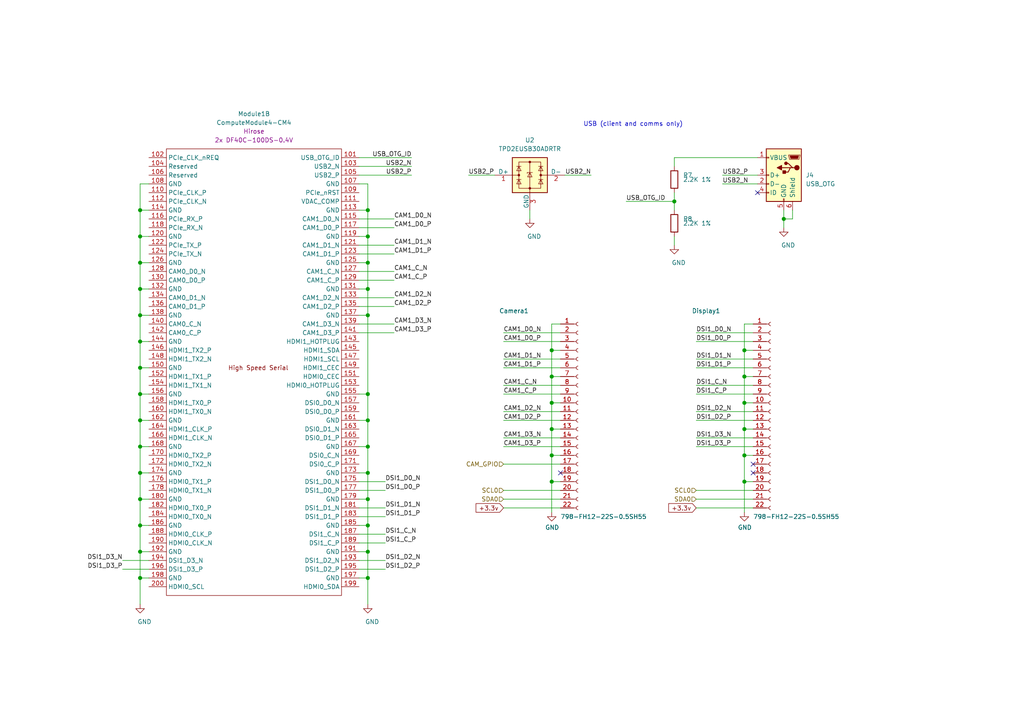
<source format=kicad_sch>
(kicad_sch (version 20211123) (generator eeschema)
  (paper "A4")
  (title_block (title "ColoradoCUBE C&DH") (date "2022-01-23") (rev "v01") (comment 4 "Author: Kate Nechaeva"))
  (lib_symbols
    (symbol "CM4IO:ComputeModule4-CM4"
      (property "Reference" "Module" (at 113.03 -68.58 0))
      (property "Value" "ComputeModule4-CM4" (at 140.97 2.54 0))
      (property "Manufacturer" "Hirose" (at 0 0 0))
      (property "MPN" "2x DF40C-100DS-0.4V" (at 0 -2.54 0))
      (property "MPN (Alt)" "2x DF40HC(3.0)-100DS-0.4V" (at 0 0 0))
      (symbol "ComputeModule4-CM4_1_0"
        (text "GPIO" (at 0 6.35 0) (effects (font (size 1.27 1.27))))
      )
      (symbol "ComputeModule4-CM4_1_1"
        (rectangle (start -30.48 -71.12) (end 25.4 58.42))
        (text "600mA Max" (at -8.89 -53.34 0) (effects (font (size 1.27 1.27))))
        (text "600mA Max" (at -8.89 -48.26 0) (effects (font (size 1.27 1.27))))
        (text "NB SD signals are only available" (at -1.27 -27.94 0) (effects (font (size 1.27 1.27))))
        (text "on modules without eMMC" (at -1.27 -30.48 0) (effects (font (size 1.27 1.27))))
        (pin power_in line (at 27.94 55.88 180) (length 2.54) (name "GND") (number "1"))
        (pin passive line (at -33.02 45.72 0) (length 2.54) (name "Ethernet_Pair0_N") (number "10"))
        (pin output line (at -33.02 -68.58 0) (length 2.54) (name "nEXTRST") (number "100"))
        (pin passive line (at 27.94 43.18 180) (length 2.54) (name "Ethernet_Pair2_P") (number "11"))
        (pin passive line (at -33.02 43.18 0) (length 2.54) (name "Ethernet_Pair0_P") (number "12"))
        (pin power_in line (at 27.94 40.64 180) (length 2.54) (name "GND") (number "13"))
        (pin power_in line (at -33.02 40.64 0) (length 2.54) (name "GND") (number "14"))
        (pin output line (at 27.94 38.1 180) (length 2.54) (name "Ethernet_nLED3(3.3v)") (number "15"))
        (pin input line (at -33.02 38.1 0) (length 2.54) (name "Ethernet_SYNC_IN(1.8v)") (number "16"))
        (pin output line (at 27.94 35.56 180) (length 2.54) (name "Ethernet_nLED2(3.3v)") (number "17"))
        (pin input line (at -33.02 35.56 0) (length 2.54) (name "Ethernet_SYNC_OUT(1.8v)") (number "18"))
        (pin output line (at 27.94 33.02 180) (length 2.54) (name "Ethernet_nLED1(3.3v)") (number "19"))
        (pin power_in line (at -33.02 55.88 0) (length 2.54) (name "GND") (number "2"))
        (pin passive line (at -33.02 33.02 0) (length 2.54) (name "EEPROM_nWP") (number "20"))
        (pin open_collector line (at 27.94 30.48 180) (length 2.54) (name "PI_nLED_Activity") (number "21"))
        (pin power_in line (at -33.02 30.48 0) (length 2.54) (name "GND") (number "22"))
        (pin power_in line (at 27.94 27.94 180) (length 2.54) (name "GND") (number "23"))
        (pin passive line (at -33.02 27.94 0) (length 2.54) (name "GPIO26") (number "24"))
        (pin passive line (at 27.94 25.4 180) (length 2.54) (name "GPIO21") (number "25"))
        (pin passive line (at -33.02 25.4 0) (length 2.54) (name "GPIO19") (number "26"))
        (pin passive line (at 27.94 22.86 180) (length 2.54) (name "GPIO20") (number "27"))
        (pin passive line (at -33.02 22.86 0) (length 2.54) (name "GPIO13") (number "28"))
        (pin passive line (at 27.94 20.32 180) (length 2.54) (name "GPIO16") (number "29"))
        (pin passive line (at 27.94 53.34 180) (length 2.54) (name "Ethernet_Pair3_P") (number "3"))
        (pin passive line (at -33.02 20.32 0) (length 2.54) (name "GPIO6") (number "30"))
        (pin passive line (at 27.94 17.78 180) (length 2.54) (name "GPIO12") (number "31"))
        (pin power_in line (at -33.02 17.78 0) (length 2.54) (name "GND") (number "32"))
        (pin power_in line (at 27.94 15.24 180) (length 2.54) (name "GND") (number "33"))
        (pin passive line (at -33.02 15.24 0) (length 2.54) (name "GPIO5") (number "34"))
        (pin passive line (at 27.94 12.7 180) (length 2.54) (name "ID_SC") (number "35"))
        (pin passive line (at -33.02 12.7 0) (length 2.54) (name "ID_SD") (number "36"))
        (pin passive line (at 27.94 10.16 180) (length 2.54) (name "GPIO7") (number "37"))
        (pin passive line (at -33.02 10.16 0) (length 2.54) (name "GPIO11") (number "38"))
        (pin passive line (at 27.94 7.62 180) (length 2.54) (name "GPIO8") (number "39"))
        (pin passive line (at -33.02 53.34 0) (length 2.54) (name "Ethernet_Pair1_P") (number "4"))
        (pin passive line (at -33.02 7.62 0) (length 2.54) (name "GPIO9") (number "40"))
        (pin passive line (at 27.94 5.08 180) (length 2.54) (name "GPIO25") (number "41"))
        (pin power_in line (at -33.02 5.08 0) (length 2.54) (name "GND") (number "42"))
        (pin power_in line (at 27.94 2.54 180) (length 2.54) (name "GND") (number "43"))
        (pin passive line (at -33.02 2.54 0) (length 2.54) (name "GPIO10") (number "44"))
        (pin passive line (at 27.94 0 180) (length 2.54) (name "GPIO24") (number "45"))
        (pin passive line (at -33.02 0 0) (length 2.54) (name "GPIO22") (number "46"))
        (pin passive line (at 27.94 -2.54 180) (length 2.54) (name "GPIO23") (number "47"))
        (pin passive line (at -33.02 -2.54 0) (length 2.54) (name "GPIO27") (number "48"))
        (pin passive line (at 27.94 -5.08 180) (length 2.54) (name "GPIO18") (number "49"))
        (pin passive line (at 27.94 50.8 180) (length 2.54) (name "Ethernet_Pair3_N") (number "5"))
        (pin passive line (at -33.02 -5.08 0) (length 2.54) (name "GPIO17") (number "50"))
        (pin passive line (at 27.94 -7.62 180) (length 2.54) (name "GPIO15") (number "51"))
        (pin power_in line (at -33.02 -7.62 0) (length 2.54) (name "GND") (number "52"))
        (pin power_in line (at 27.94 -10.16 180) (length 2.54) (name "GND") (number "53"))
        (pin passive line (at -33.02 -10.16 0) (length 2.54) (name "GPIO4") (number "54"))
        (pin passive line (at 27.94 -12.7 180) (length 2.54) (name "GPIO14") (number "55"))
        (pin passive line (at -33.02 -12.7 0) (length 2.54) (name "GPIO3") (number "56"))
        (pin passive line (at 27.94 -15.24 180) (length 2.54) (name "SD_CLK") (number "57"))
        (pin passive line (at -33.02 -15.24 0) (length 2.54) (name "GPIO2") (number "58"))
        (pin power_in line (at 27.94 -17.78 180) (length 2.54) (name "GND") (number "59"))
        (pin passive line (at -33.02 50.8 0) (length 2.54) (name "Ethernet_Pair1_N") (number "6"))
        (pin power_in line (at -33.02 -17.78 0) (length 2.54) (name "GND") (number "60"))
        (pin passive line (at 27.94 -20.32 180) (length 2.54) (name "SD_DAT3") (number "61"))
        (pin passive line (at -33.02 -20.32 0) (length 2.54) (name "SD_CMD") (number "62"))
        (pin passive line (at 27.94 -22.86 180) (length 2.54) (name "SD_DAT0") (number "63"))
        (pin passive line (at -33.02 -22.86 0) (length 2.54) (name "SD_DAT5") (number "64"))
        (pin power_in line (at 27.94 -25.4 180) (length 2.54) (name "GND") (number "65"))
        (pin power_in line (at -33.02 -25.4 0) (length 2.54) (name "GND") (number "66"))
        (pin passive line (at 27.94 -27.94 180) (length 2.54) (name "SD_DAT1") (number "67"))
        (pin passive line (at -33.02 -27.94 0) (length 2.54) (name "SD_DAT4") (number "68"))
        (pin passive line (at 27.94 -30.48 180) (length 2.54) (name "SD_DAT2") (number "69"))
        (pin power_in line (at 27.94 48.26 180) (length 2.54) (name "GND") (number "7"))
        (pin passive line (at -33.02 -30.48 0) (length 2.54) (name "SD_DAT7") (number "70"))
        (pin power_in line (at 27.94 -33.02 180) (length 2.54) (name "GND") (number "71"))
        (pin passive line (at -33.02 -33.02 0) (length 2.54) (name "SD_DAT6") (number "72"))
        (pin input line (at 27.94 -35.56 180) (length 2.54) (name "SD_VDD_Override") (number "73"))
        (pin power_in line (at -33.02 -35.56 0) (length 2.54) (name "GND") (number "74"))
        (pin output line (at 27.94 -38.1 180) (length 2.54) (name "SD_PWR_ON") (number "75"))
        (pin passive line (at -33.02 -38.1 0) (length 2.54) (name "Reserved") (number "76"))
        (pin power_in line (at 27.94 -40.64 180) (length 2.54) (name "+5v_(Input)") (number "77"))
        (pin power_in line (at -33.02 -40.64 0) (length 2.54) (name "GPIO_VREF(1.8v/3.3v_Input)") (number "78"))
        (pin power_in line (at 27.94 -43.18 180) (length 2.54) (name "+5v_(Input)") (number "79"))
        (pin power_in line (at -33.02 48.26 0) (length 2.54) (name "GND") (number "8"))
        (pin passive line (at -33.02 -43.18 0) (length 2.54) (name "SCL0") (number "80"))
        (pin power_in line (at 27.94 -45.72 180) (length 2.54) (name "+5v_(Input)") (number "81"))
        (pin passive line (at -33.02 -45.72 0) (length 2.54) (name "SDA0") (number "82"))
        (pin power_in line (at 27.94 -48.26 180) (length 2.54) (name "+5v_(Input)") (number "83"))
        (pin power_out line (at -33.02 -48.26 0) (length 2.54) (name "+3.3v_(Output)") (number "84"))
        (pin power_in line (at 27.94 -50.8 180) (length 2.54) (name "+5v_(Input)") (number "85"))
        (pin power_out line (at -33.02 -50.8 0) (length 2.54) (name "+3.3v_(Output)") (number "86"))
        (pin power_in line (at 27.94 -53.34 180) (length 2.54) (name "+5v_(Input)") (number "87"))
        (pin power_out line (at -33.02 -53.34 0) (length 2.54) (name "+1.8v_(Output)") (number "88"))
        (pin power_in line (at 27.94 -55.88 180) (length 2.54) (name "WiFi_nDisable") (number "89"))
        (pin passive line (at 27.94 45.72 180) (length 2.54) (name "Ethernet_Pair2_N") (number "9"))
        (pin power_out line (at -33.02 -55.88 0) (length 2.54) (name "+1.8v_(Output)") (number "90"))
        (pin power_in line (at 27.94 -58.42 180) (length 2.54) (name "BT_nDisable") (number "91"))
        (pin passive line (at -33.02 -58.42 0) (length 2.54) (name "RUN_PG") (number "92"))
        (pin input line (at 27.94 -60.96 180) (length 2.54) (name "nRPIBOOT") (number "93"))
        (pin passive line (at -33.02 -60.96 0) (length 2.54) (name "AnalogIP0") (number "94"))
        (pin output line (at 27.94 -63.5 180) (length 2.54) (name "nPI_LED_PWR") (number "95"))
        (pin passive line (at -33.02 -63.5 0) (length 2.54) (name "AnalogIP1") (number "96"))
        (pin passive line (at 27.94 -66.04 180) (length 2.54) (name "Camera_GPIO") (number "97"))
        (pin power_in line (at -33.02 -66.04 0) (length 2.54) (name "GND") (number "98"))
        (pin input line (at 27.94 -68.58 180) (length 2.54) (name "Global_EN") (number "99"))
      )
      (symbol "ComputeModule4-CM4_2_1"
        (rectangle (start 114.3 -66.04) (end 165.1 63.5))
        (text "High Speed Serial" (at 140.97 0 0) (effects (font (size 1.27 1.27))))
        (pin input line (at 170.18 60.96 180) (length 5.08) (name "USB_OTG_ID") (number "101"))
        (pin input line (at 109.22 60.96 0) (length 5.08) (name "PCIe_CLK_nREQ") (number "102"))
        (pin passive line (at 170.18 58.42 180) (length 5.08) (name "USB2_N") (number "103"))
        (pin passive line (at 109.22 58.42 0) (length 5.08) (name "Reserved") (number "104"))
        (pin passive line (at 170.18 55.88 180) (length 5.08) (name "USB2_P") (number "105"))
        (pin passive line (at 109.22 55.88 0) (length 5.08) (name "Reserved") (number "106"))
        (pin power_in line (at 170.18 53.34 180) (length 5.08) (name "GND") (number "107"))
        (pin power_in line (at 109.22 53.34 0) (length 5.08) (name "GND") (number "108"))
        (pin bidirectional line (at 170.18 50.8 180) (length 5.08) (name "PCIe_nRST") (number "109"))
        (pin output line (at 109.22 50.8 0) (length 5.08) (name "PCIe_CLK_P") (number "110"))
        (pin passive line (at 170.18 48.26 180) (length 5.08) (name "VDAC_COMP") (number "111"))
        (pin output line (at 109.22 48.26 0) (length 5.08) (name "PCIe_CLK_N") (number "112"))
        (pin power_in line (at 170.18 45.72 180) (length 5.08) (name "GND") (number "113"))
        (pin power_in line (at 109.22 45.72 0) (length 5.08) (name "GND") (number "114"))
        (pin input line (at 170.18 43.18 180) (length 5.08) (name "CAM1_D0_N") (number "115"))
        (pin input line (at 109.22 43.18 0) (length 5.08) (name "PCIe_RX_P") (number "116"))
        (pin input line (at 170.18 40.64 180) (length 5.08) (name "CAM1_D0_P") (number "117"))
        (pin input line (at 109.22 40.64 0) (length 5.08) (name "PCIe_RX_N") (number "118"))
        (pin power_in line (at 170.18 38.1 180) (length 5.08) (name "GND") (number "119"))
        (pin power_in line (at 109.22 38.1 0) (length 5.08) (name "GND") (number "120"))
        (pin input line (at 170.18 35.56 180) (length 5.08) (name "CAM1_D1_N") (number "121"))
        (pin output line (at 109.22 35.56 0) (length 5.08) (name "PCIe_TX_P") (number "122"))
        (pin input line (at 170.18 33.02 180) (length 5.08) (name "CAM1_D1_P") (number "123"))
        (pin output line (at 109.22 33.02 0) (length 5.08) (name "PCIe_TX_N") (number "124"))
        (pin power_in line (at 170.18 30.48 180) (length 5.08) (name "GND") (number "125"))
        (pin power_in line (at 109.22 30.48 0) (length 5.08) (name "GND") (number "126"))
        (pin input line (at 170.18 27.94 180) (length 5.08) (name "CAM1_C_N") (number "127"))
        (pin input line (at 109.22 27.94 0) (length 5.08) (name "CAM0_D0_N") (number "128"))
        (pin input line (at 170.18 25.4 180) (length 5.08) (name "CAM1_C_P") (number "129"))
        (pin input line (at 109.22 25.4 0) (length 5.08) (name "CAM0_D0_P") (number "130"))
        (pin power_in line (at 170.18 22.86 180) (length 5.08) (name "GND") (number "131"))
        (pin power_in line (at 109.22 22.86 0) (length 5.08) (name "GND") (number "132"))
        (pin input line (at 170.18 20.32 180) (length 5.08) (name "CAM1_D2_N") (number "133"))
        (pin input line (at 109.22 20.32 0) (length 5.08) (name "CAM0_D1_N") (number "134"))
        (pin input line (at 170.18 17.78 180) (length 5.08) (name "CAM1_D2_P") (number "135"))
        (pin input line (at 109.22 17.78 0) (length 5.08) (name "CAM0_D1_P") (number "136"))
        (pin power_in line (at 170.18 15.24 180) (length 5.08) (name "GND") (number "137"))
        (pin power_in line (at 109.22 15.24 0) (length 5.08) (name "GND") (number "138"))
        (pin input line (at 170.18 12.7 180) (length 5.08) (name "CAM1_D3_N") (number "139"))
        (pin input line (at 109.22 12.7 0) (length 5.08) (name "CAM0_C_N") (number "140"))
        (pin input line (at 170.18 10.16 180) (length 5.08) (name "CAM1_D3_P") (number "141"))
        (pin input line (at 109.22 10.16 0) (length 5.08) (name "CAM0_C_P") (number "142"))
        (pin input line (at 170.18 7.62 180) (length 5.08) (name "HDMI1_HOTPLUG") (number "143"))
        (pin power_in line (at 109.22 7.62 0) (length 5.08) (name "GND") (number "144"))
        (pin bidirectional line (at 170.18 5.08 180) (length 5.08) (name "HDMI1_SDA") (number "145"))
        (pin output line (at 109.22 5.08 0) (length 5.08) (name "HDMI1_TX2_P") (number "146"))
        (pin open_collector line (at 170.18 2.54 180) (length 5.08) (name "HDMI1_SCL") (number "147"))
        (pin output line (at 109.22 2.54 0) (length 5.08) (name "HDMI1_TX2_N") (number "148"))
        (pin open_collector line (at 170.18 0 180) (length 5.08) (name "HDMI1_CEC") (number "149"))
        (pin power_in line (at 109.22 0 0) (length 5.08) (name "GND") (number "150"))
        (pin open_collector line (at 170.18 -2.54 180) (length 5.08) (name "HDMI0_CEC") (number "151"))
        (pin output line (at 109.22 -2.54 0) (length 5.08) (name "HDMI1_TX1_P") (number "152"))
        (pin input line (at 170.18 -5.08 180) (length 5.08) (name "HDMI0_HOTPLUG") (number "153"))
        (pin output line (at 109.22 -5.08 0) (length 5.08) (name "HDMI1_TX1_N") (number "154"))
        (pin power_in line (at 170.18 -7.62 180) (length 5.08) (name "GND") (number "155"))
        (pin power_in line (at 109.22 -7.62 0) (length 5.08) (name "GND") (number "156"))
        (pin output line (at 170.18 -10.16 180) (length 5.08) (name "DSI0_D0_N") (number "157"))
        (pin output line (at 109.22 -10.16 0) (length 5.08) (name "HDMI1_TX0_P") (number "158"))
        (pin output line (at 170.18 -12.7 180) (length 5.08) (name "DSI0_D0_P") (number "159"))
        (pin output line (at 109.22 -12.7 0) (length 5.08) (name "HDMI1_TX0_N") (number "160"))
        (pin power_in line (at 170.18 -15.24 180) (length 5.08) (name "GND") (number "161"))
        (pin power_in line (at 109.22 -15.24 0) (length 5.08) (name "GND") (number "162"))
        (pin output line (at 170.18 -17.78 180) (length 5.08) (name "DSI0_D1_N") (number "163"))
        (pin output line (at 109.22 -17.78 0) (length 5.08) (name "HDMI1_CLK_P") (number "164"))
        (pin output line (at 170.18 -20.32 180) (length 5.08) (name "DSI0_D1_P") (number "165"))
        (pin output line (at 109.22 -20.32 0) (length 5.08) (name "HDMI1_CLK_N") (number "166"))
        (pin power_in line (at 170.18 -22.86 180) (length 5.08) (name "GND") (number "167"))
        (pin power_in line (at 109.22 -22.86 0) (length 5.08) (name "GND") (number "168"))
        (pin output line (at 170.18 -25.4 180) (length 5.08) (name "DSI0_C_N") (number "169"))
        (pin output line (at 109.22 -25.4 0) (length 5.08) (name "HDMI0_TX2_P") (number "170"))
        (pin output line (at 170.18 -27.94 180) (length 5.08) (name "DSI0_C_P") (number "171"))
        (pin output line (at 109.22 -27.94 0) (length 5.08) (name "HDMI0_TX2_N") (number "172"))
        (pin power_in line (at 170.18 -30.48 180) (length 5.08) (name "GND") (number "173"))
        (pin power_in line (at 109.22 -30.48 0) (length 5.08) (name "GND") (number "174"))
        (pin output line (at 170.18 -33.02 180) (length 5.08) (name "DSI1_D0_N") (number "175"))
        (pin output line (at 109.22 -33.02 0) (length 5.08) (name "HDMI0_TX1_P") (number "176"))
        (pin output line (at 170.18 -35.56 180) (length 5.08) (name "DSI1_D0_P") (number "177"))
        (pin output line (at 109.22 -35.56 0) (length 5.08) (name "HDMI0_TX1_N") (number "178"))
        (pin power_in line (at 170.18 -38.1 180) (length 5.08) (name "GND") (number "179"))
        (pin power_in line (at 109.22 -38.1 0) (length 5.08) (name "GND") (number "180"))
        (pin output line (at 170.18 -40.64 180) (length 5.08) (name "DSI1_D1_N") (number "181"))
        (pin output line (at 109.22 -40.64 0) (length 5.08) (name "HDMI0_TX0_P") (number "182"))
        (pin output line (at 170.18 -43.18 180) (length 5.08) (name "DSI1_D1_P") (number "183"))
        (pin output line (at 109.22 -43.18 0) (length 5.08) (name "HDMI0_TX0_N") (number "184"))
        (pin power_in line (at 170.18 -45.72 180) (length 5.08) (name "GND") (number "185"))
        (pin power_in line (at 109.22 -45.72 0) (length 5.08) (name "GND") (number "186"))
        (pin output line (at 170.18 -48.26 180) (length 5.08) (name "DSI1_C_N") (number "187"))
        (pin output line (at 109.22 -48.26 0) (length 5.08) (name "HDMI0_CLK_P") (number "188"))
        (pin output line (at 170.18 -50.8 180) (length 5.08) (name "DSI1_C_P") (number "189"))
        (pin output line (at 109.22 -50.8 0) (length 5.08) (name "HDMI0_CLK_N") (number "190"))
        (pin power_in line (at 170.18 -53.34 180) (length 5.08) (name "GND") (number "191"))
        (pin power_in line (at 109.22 -53.34 0) (length 5.08) (name "GND") (number "192"))
        (pin output line (at 170.18 -55.88 180) (length 5.08) (name "DSI1_D2_N") (number "193"))
        (pin output line (at 109.22 -55.88 0) (length 5.08) (name "DSI1_D3_N") (number "194"))
        (pin output line (at 170.18 -58.42 180) (length 5.08) (name "DSI1_D2_P") (number "195"))
        (pin output line (at 109.22 -58.42 0) (length 5.08) (name "DSI1_D3_P") (number "196"))
        (pin power_in line (at 170.18 -60.96 180) (length 5.08) (name "GND") (number "197"))
        (pin power_in line (at 109.22 -60.96 0) (length 5.08) (name "GND") (number "198"))
        (pin bidirectional line (at 170.18 -63.5 180) (length 5.08) (name "HDMI0_SDA") (number "199"))
        (pin open_collector line (at 109.22 -63.5 0) (length 5.08) (name "HDMI0_SCL") (number "200"))
      )
    )
    (symbol "Connector:Conn_01x22_Female" (pin_names hide)
      (property "Reference" "J" (at 0 27.94 0))
      (property "Value" "Conn_01x22_Female" (at 0 -30.48 0))
      (symbol "Conn_01x22_Female_1_1"
        (arc (start 0 -27.432) (mid -0.508 -27.94) (end 0 -28.448))
        (arc (start 0 -24.892) (mid -0.508 -25.4) (end 0 -25.908))
        (arc (start 0 -22.352) (mid -0.508 -22.86) (end 0 -23.368))
        (arc (start 0 -19.812) (mid -0.508 -20.32) (end 0 -20.828))
        (arc (start 0 -17.272) (mid -0.508 -17.78) (end 0 -18.288))
        (arc (start 0 -14.732) (mid -0.508 -15.24) (end 0 -15.748))
        (arc (start 0 -12.192) (mid -0.508 -12.7) (end 0 -13.208))
        (arc (start 0 -9.652) (mid -0.508 -10.16) (end 0 -10.668))
        (arc (start 0 -7.112) (mid -0.508 -7.62) (end 0 -8.128))
        (arc (start 0 -4.572) (mid -0.508 -5.08) (end 0 -5.588))
        (arc (start 0 -2.032) (mid -0.508 -2.54) (end 0 -3.048))
        (polyline (pts (xy -1.27 -27.94) (xy -0.508 -27.94)))
        (polyline (pts (xy -1.27 -25.4) (xy -0.508 -25.4)))
        (polyline (pts (xy -1.27 -22.86) (xy -0.508 -22.86)))
        (polyline (pts (xy -1.27 -20.32) (xy -0.508 -20.32)))
        (polyline (pts (xy -1.27 -17.78) (xy -0.508 -17.78)))
        (polyline (pts (xy -1.27 -15.24) (xy -0.508 -15.24)))
        (polyline (pts (xy -1.27 -12.7) (xy -0.508 -12.7)))
        (polyline (pts (xy -1.27 -10.16) (xy -0.508 -10.16)))
        (polyline (pts (xy -1.27 -7.62) (xy -0.508 -7.62)))
        (polyline (pts (xy -1.27 -5.08) (xy -0.508 -5.08)))
        (polyline (pts (xy -1.27 -2.54) (xy -0.508 -2.54)))
        (polyline (pts (xy -1.27 0) (xy -0.508 0)))
        (polyline (pts (xy -1.27 2.54) (xy -0.508 2.54)))
        (polyline (pts (xy -1.27 5.08) (xy -0.508 5.08)))
        (polyline (pts (xy -1.27 7.62) (xy -0.508 7.62)))
        (polyline (pts (xy -1.27 10.16) (xy -0.508 10.16)))
        (polyline (pts (xy -1.27 12.7) (xy -0.508 12.7)))
        (polyline (pts (xy -1.27 15.24) (xy -0.508 15.24)))
        (polyline (pts (xy -1.27 17.78) (xy -0.508 17.78)))
        (polyline (pts (xy -1.27 20.32) (xy -0.508 20.32)))
        (polyline (pts (xy -1.27 22.86) (xy -0.508 22.86)))
        (polyline (pts (xy -1.27 25.4) (xy -0.508 25.4)))
        (arc (start 0 0.508) (mid -0.508 0) (end 0 -0.508))
        (arc (start 0 3.048) (mid -0.508 2.54) (end 0 2.032))
        (arc (start 0 5.588) (mid -0.508 5.08) (end 0 4.572))
        (arc (start 0 8.128) (mid -0.508 7.62) (end 0 7.112))
        (arc (start 0 10.668) (mid -0.508 10.16) (end 0 9.652))
        (arc (start 0 13.208) (mid -0.508 12.7) (end 0 12.192))
        (arc (start 0 15.748) (mid -0.508 15.24) (end 0 14.732))
        (arc (start 0 18.288) (mid -0.508 17.78) (end 0 17.272))
        (arc (start 0 20.828) (mid -0.508 20.32) (end 0 19.812))
        (arc (start 0 23.368) (mid -0.508 22.86) (end 0 22.352))
        (arc (start 0 25.908) (mid -0.508 25.4) (end 0 24.892))
        (pin passive line (at -5.08 25.4 0) (length 3.81) (name "Pin_1") (number "1"))
        (pin passive line (at -5.08 2.54 0) (length 3.81) (name "Pin_10") (number "10"))
        (pin passive line (at -5.08 0 0) (length 3.81) (name "Pin_11") (number "11"))
        (pin passive line (at -5.08 -2.54 0) (length 3.81) (name "Pin_12") (number "12"))
        (pin passive line (at -5.08 -5.08 0) (length 3.81) (name "Pin_13") (number "13"))
        (pin passive line (at -5.08 -7.62 0) (length 3.81) (name "Pin_14") (number "14"))
        (pin passive line (at -5.08 -10.16 0) (length 3.81) (name "Pin_15") (number "15"))
        (pin passive line (at -5.08 -12.7 0) (length 3.81) (name "Pin_16") (number "16"))
        (pin passive line (at -5.08 -15.24 0) (length 3.81) (name "Pin_17") (number "17"))
        (pin passive line (at -5.08 -17.78 0) (length 3.81) (name "Pin_18") (number "18"))
        (pin passive line (at -5.08 -20.32 0) (length 3.81) (name "Pin_19") (number "19"))
        (pin passive line (at -5.08 22.86 0) (length 3.81) (name "Pin_2") (number "2"))
        (pin passive line (at -5.08 -22.86 0) (length 3.81) (name "Pin_20") (number "20"))
        (pin passive line (at -5.08 -25.4 0) (length 3.81) (name "Pin_21") (number "21"))
        (pin passive line (at -5.08 -27.94 0) (length 3.81) (name "Pin_22") (number "22"))
        (pin passive line (at -5.08 20.32 0) (length 3.81) (name "Pin_3") (number "3"))
        (pin passive line (at -5.08 17.78 0) (length 3.81) (name "Pin_4") (number "4"))
        (pin passive line (at -5.08 15.24 0) (length 3.81) (name "Pin_5") (number "5"))
        (pin passive line (at -5.08 12.7 0) (length 3.81) (name "Pin_6") (number "6"))
        (pin passive line (at -5.08 10.16 0) (length 3.81) (name "Pin_7") (number "7"))
        (pin passive line (at -5.08 7.62 0) (length 3.81) (name "Pin_8") (number "8"))
        (pin passive line (at -5.08 5.08 0) (length 3.81) (name "Pin_9") (number "9"))
      )
    )
    (symbol "Connector:USB_OTG" (pin_names (offset 1.016))
      (property "Reference" "J" (at -5.08 11.43 0))
      (property "Value" "USB_OTG" (at -5.08 8.89 0))
      (symbol "USB_OTG_0_1"
        (rectangle (start -5.08 -7.62) (end 5.08 7.62) (stroke (width 0.254)) (fill (type background)))
        (circle (center -3.81 2.159) (radius 0.635) (stroke (width 0.254)) (fill (type outline)))
        (circle (center -0.635 3.429) (radius 0.381) (stroke (width 0.254)) (fill (type outline)))
        (rectangle (start -0.127 -7.62) (end 0.127 -6.858))
        (polyline (pts (xy -1.905 2.159) (xy 0.635 2.159)) (stroke (width 0.254)))
        (polyline (pts (xy -3.175 2.159) (xy -2.54 2.159) (xy -1.27 3.429) (xy -0.635 3.429)) (stroke (width 0.254)))
        (polyline (pts (xy -2.54 2.159) (xy -1.905 2.159) (xy -1.27 0.889) (xy 0 0.889)) (stroke (width 0.254)))
        (polyline (pts (xy 0.635 2.794) (xy 0.635 1.524) (xy 1.905 2.159) (xy 0.635 2.794)) (stroke (width 0.254)) (fill (type outline)))
        (polyline (pts (xy -4.318 5.588) (xy -1.778 5.588) (xy -2.032 4.826) (xy -4.064 4.826) (xy -4.318 5.588)) (fill (type outline)))
        (polyline (pts (xy -4.699 5.842) (xy -4.699 5.588) (xy -4.445 4.826) (xy -4.445 4.572) (xy -1.651 4.572) (xy -1.651 4.826) (xy -1.397 5.588) (xy -1.397 5.842) (xy -4.699 5.842)))
        (rectangle (start 0.254 1.27) (end -0.508 0.508) (stroke (width 0.254)) (fill (type outline)))
        (rectangle (start 5.08 -5.207) (end 4.318 -4.953))
        (rectangle (start 5.08 -2.667) (end 4.318 -2.413))
        (rectangle (start 5.08 -0.127) (end 4.318 0.127))
        (rectangle (start 5.08 4.953) (end 4.318 5.207))
      )
      (symbol "USB_OTG_1_1"
        (pin passive line (at 7.62 5.08 180) (length 2.54) (name "VBUS") (number "1"))
        (pin bidirectional line (at 7.62 -2.54 180) (length 2.54) (name "D-") (number "2"))
        (pin bidirectional line (at 7.62 0 180) (length 2.54) (name "D+") (number "3"))
        (pin passive line (at 7.62 -5.08 180) (length 2.54) (name "ID") (number "4"))
        (pin passive line (at 0 -10.16 90) (length 2.54) (name "GND") (number "5"))
        (pin passive line (at -2.54 -10.16 90) (length 2.54) (name "Shield") (number "6"))
      )
    )
    (symbol "Device:R" (pin_numbers hide) (pin_names (offset 0))
      (property "Reference" "R" (at 2.032 0 90))
      (property "Value" "R" (at 0 0 90))
      (symbol "R_0_1"
        (rectangle (start -1.016 -2.54) (end 1.016 2.54) (stroke (width 0.254)))
      )
      (symbol "R_1_1"
        (pin passive line (at 0 3.81 270) (length 1.27) (name "~") (number "1"))
        (pin passive line (at 0 -3.81 90) (length 1.27) (name "~") (number "2"))
      )
    )
    (symbol "Power_Protection:TPD2EUSB30" (pin_names (offset 0))
      (property "Reference" "U" (at 0 6.35 0))
      (property "Value" "TPD2EUSB30" (at 7.62 -7.62 0))
      (symbol "TPD2EUSB30_0_1"
        (rectangle (start -5.08 5.08) (end 5.08 -5.08) (stroke (width 0.254)) (fill (type background)))
        (circle (center -3.175 0) (radius 0.2794) (fill (type outline)))
        (rectangle (start -3.175 3.81) (end 3.175 -3.81))
        (circle (center 0 -3.81) (radius 0.2794) (fill (type outline)))
        (polyline (pts (xy -5.08 0) (xy -3.175 0)))
        (polyline (pts (xy -3.81 -1.27) (xy -2.54 -1.27)))
        (polyline (pts (xy -3.81 2.54) (xy -2.54 2.54)))
        (polyline (pts (xy 0 3.81) (xy 0 -5.08)))
        (polyline (pts (xy 2.54 -1.27) (xy 3.81 -1.27)))
        (polyline (pts (xy 2.54 2.54) (xy 3.81 2.54)))
        (polyline (pts (xy 5.08 0) (xy 3.175 0)))
        (polyline (pts (xy 0.762 0.762) (xy -0.762 0.762) (xy -0.762 0.508)))
        (polyline (pts (xy -2.54 -2.54) (xy -3.81 -2.54) (xy -3.175 -1.27) (xy -2.54 -2.54)))
        (polyline (pts (xy -2.54 1.27) (xy -3.81 1.27) (xy -3.175 2.54) (xy -2.54 1.27)))
        (polyline (pts (xy 0.635 -0.508) (xy -0.635 -0.508) (xy 0 0.762) (xy 0.635 -0.508)))
        (polyline (pts (xy 3.81 -2.54) (xy 2.54 -2.54) (xy 3.175 -1.27) (xy 3.81 -2.54)))
        (polyline (pts (xy 3.81 1.27) (xy 2.54 1.27) (xy 3.175 2.54) (xy 3.81 1.27)))
        (circle (center 0 3.81) (radius 0.2794) (fill (type outline)))
        (circle (center 3.175 0) (radius 0.2794) (fill (type outline)))
      )
      (symbol "TPD2EUSB30_1_1"
        (pin passive line (at -10.16 0 0) (length 5.08) (name "D+") (number "1"))
        (pin passive line (at 10.16 0 180) (length 5.08) (name "D-") (number "2"))
        (pin passive line (at 0 -10.16 90) (length 5.08) (name "GND") (number "3"))
      )
    )
    (symbol "power:GND" (power) (pin_names (offset 0))
      (property "Value" "GND" (at 0 -3.81 0))
      (symbol "GND_0_1"
        (polyline (pts (xy 0 0) (xy 0 -1.27) (xy 1.27 -1.27) (xy 0 -2.54) (xy -1.27 -1.27) (xy 0 -1.27)))
      )
      (symbol "GND_1_1"
        (pin power_in line (at 0 0 270) (length 0) hide (name "GND") (number "1"))
      )
    )
  )
  (junction (at 106.68 114.3) (diameter 1.016))
  (junction (at 160.02 139.7) (diameter 1.016))
  (junction (at 160.02 101.6) (diameter 1.016))
  (junction (at 40.64 99.06) (diameter 1.016))
  (junction (at 40.64 129.54) (diameter 1.016))
  (junction (at 227.33 63.5) (diameter 1.016))
  (junction (at 195.58 58.42) (diameter 1.016))
  (junction (at 106.68 68.58) (diameter 1.016))
  (junction (at 106.68 76.2) (diameter 1.016))
  (junction (at 215.9 116.84) (diameter 1.016))
  (junction (at 160.02 116.84) (diameter 1.016))
  (junction (at 106.68 167.64) (diameter 1.016))
  (junction (at 215.9 124.46) (diameter 1.016))
  (junction (at 40.64 106.68) (diameter 1.016))
  (junction (at 215.9 132.08) (diameter 1.016))
  (junction (at 215.9 101.6) (diameter 1.016))
  (junction (at 106.68 160.02) (diameter 1.016))
  (junction (at 40.64 167.64) (diameter 1.016))
  (junction (at 106.68 137.16) (diameter 1.016))
  (junction (at 40.64 137.16) (diameter 1.016))
  (junction (at 215.9 109.22) (diameter 1.016))
  (junction (at 40.64 144.78) (diameter 1.016))
  (junction (at 106.68 129.54) (diameter 1.016))
  (junction (at 40.64 83.82) (diameter 1.016))
  (junction (at 40.64 76.2) (diameter 1.016))
  (junction (at 40.64 68.58) (diameter 1.016))
  (junction (at 215.9 139.7) (diameter 1.016))
  (junction (at 106.68 60.96) (diameter 1.016))
  (junction (at 40.64 91.44) (diameter 1.016))
  (junction (at 106.68 91.44) (diameter 1.016))
  (junction (at 106.68 144.78) (diameter 1.016))
  (junction (at 106.68 121.92) (diameter 1.016))
  (junction (at 160.02 109.22) (diameter 1.016))
  (junction (at 160.02 124.46) (diameter 1.016))
  (junction (at 40.64 60.96) (diameter 1.016))
  (junction (at 160.02 132.08) (diameter 1.016))
  (junction (at 40.64 114.3) (diameter 1.016))
  (junction (at 106.68 152.4) (diameter 1.016))
  (junction (at 40.64 152.4) (diameter 1.016))
  (junction (at 106.68 83.82) (diameter 1.016))
  (junction (at 40.64 160.02) (diameter 1.016))
  (junction (at 40.64 121.92) (diameter 1.016))
  (no_connect (at 218.44 137.16))
  (no_connect (at 219.71 55.88))
  (no_connect (at 162.56 137.16))
  (no_connect (at 218.44 134.62))
  (wire (pts (xy 40.64 91.44) (xy 40.64 99.06)))
  (wire (pts (xy 160.02 116.84) (xy 162.56 116.84)))
  (wire (pts (xy 104.14 142.24) (xy 111.76 142.24)))
  (wire (pts (xy 215.9 109.22) (xy 218.44 109.22)))
  (wire (pts (xy 40.64 144.78) (xy 43.18 144.78)))
  (wire (pts (xy 104.14 91.44) (xy 106.68 91.44)))
  (wire (pts (xy 201.93 106.68) (xy 218.44 106.68)))
  (wire (pts (xy 35.56 162.56) (xy 43.18 162.56)))
  (wire (pts (xy 201.93 104.14) (xy 218.44 104.14)))
  (wire (pts (xy 104.14 81.28) (xy 114.3 81.28)))
  (wire (pts (xy 40.64 83.82) (xy 40.64 91.44)))
  (wire (pts (xy 135.89 50.8) (xy 143.51 50.8)))
  (wire (pts (xy 104.14 96.52) (xy 114.3 96.52)))
  (wire (pts (xy 106.68 160.02) (xy 106.68 167.64)))
  (wire (pts (xy 104.14 83.82) (xy 106.68 83.82)))
  (wire (pts (xy 229.87 63.5) (xy 227.33 63.5)))
  (wire (pts (xy 215.9 116.84) (xy 218.44 116.84)))
  (wire (pts (xy 40.64 106.68) (xy 43.18 106.68)))
  (wire (pts (xy 104.14 137.16) (xy 106.68 137.16)))
  (wire (pts (xy 106.68 83.82) (xy 106.68 91.44)))
  (wire (pts (xy 181.61 58.42) (xy 195.58 58.42)))
  (wire (pts (xy 195.58 55.88) (xy 195.58 58.42)))
  (wire (pts (xy 146.05 104.14) (xy 162.56 104.14)))
  (wire (pts (xy 160.02 109.22) (xy 160.02 116.84)))
  (wire (pts (xy 104.14 149.86) (xy 111.76 149.86)))
  (wire (pts (xy 201.93 114.3) (xy 218.44 114.3)))
  (wire (pts (xy 104.14 48.26) (xy 119.38 48.26)))
  (wire (pts (xy 146.05 129.54) (xy 162.56 129.54)))
  (wire (pts (xy 40.64 106.68) (xy 40.64 114.3)))
  (wire (pts (xy 146.05 134.62) (xy 162.56 134.62)))
  (wire (pts (xy 160.02 124.46) (xy 160.02 132.08)))
  (wire (pts (xy 160.02 109.22) (xy 162.56 109.22)))
  (wire (pts (xy 201.93 129.54) (xy 218.44 129.54)))
  (wire (pts (xy 104.14 167.64) (xy 106.68 167.64)))
  (wire (pts (xy 104.14 154.94) (xy 111.76 154.94)))
  (wire (pts (xy 40.64 160.02) (xy 40.64 167.64)))
  (wire (pts (xy 146.05 121.92) (xy 162.56 121.92)))
  (wire (pts (xy 40.64 160.02) (xy 43.18 160.02)))
  (wire (pts (xy 104.14 165.1) (xy 111.76 165.1)))
  (wire (pts (xy 201.93 111.76) (xy 218.44 111.76)))
  (wire (pts (xy 215.9 93.98) (xy 215.9 101.6)))
  (wire (pts (xy 40.64 76.2) (xy 43.18 76.2)))
  (wire (pts (xy 218.44 147.32) (xy 201.93 147.32)))
  (wire (pts (xy 215.9 109.22) (xy 215.9 116.84)))
  (wire (pts (xy 146.05 99.06) (xy 162.56 99.06)))
  (wire (pts (xy 215.9 132.08) (xy 215.9 139.7)))
  (wire (pts (xy 162.56 93.98) (xy 160.02 93.98)))
  (wire (pts (xy 104.14 68.58) (xy 106.68 68.58)))
  (wire (pts (xy 104.14 63.5) (xy 114.3 63.5)))
  (wire (pts (xy 104.14 66.04) (xy 114.3 66.04)))
  (wire (pts (xy 106.68 53.34) (xy 106.68 60.96)))
  (wire (pts (xy 40.64 60.96) (xy 43.18 60.96)))
  (wire (pts (xy 160.02 124.46) (xy 162.56 124.46)))
  (wire (pts (xy 195.58 45.72) (xy 195.58 48.26)))
  (wire (pts (xy 106.68 68.58) (xy 106.68 76.2)))
  (wire (pts (xy 209.55 53.34) (xy 219.71 53.34)))
  (wire (pts (xy 104.14 93.98) (xy 114.3 93.98)))
  (wire (pts (xy 40.64 137.16) (xy 43.18 137.16)))
  (wire (pts (xy 215.9 124.46) (xy 218.44 124.46)))
  (wire (pts (xy 229.87 60.96) (xy 229.87 63.5)))
  (wire (pts (xy 215.9 139.7) (xy 218.44 139.7)))
  (wire (pts (xy 40.64 53.34) (xy 43.18 53.34)))
  (wire (pts (xy 160.02 116.84) (xy 160.02 124.46)))
  (wire (pts (xy 215.9 124.46) (xy 215.9 132.08)))
  (wire (pts (xy 40.64 152.4) (xy 40.64 160.02)))
  (wire (pts (xy 104.14 73.66) (xy 114.3 73.66)))
  (wire (pts (xy 104.14 114.3) (xy 106.68 114.3)))
  (wire (pts (xy 104.14 147.32) (xy 111.76 147.32)))
  (wire (pts (xy 163.83 50.8) (xy 171.45 50.8)))
  (wire (pts (xy 201.93 96.52) (xy 218.44 96.52)))
  (wire (pts (xy 160.02 132.08) (xy 160.02 139.7)))
  (wire (pts (xy 104.14 139.7) (xy 111.76 139.7)))
  (wire (pts (xy 40.64 91.44) (xy 43.18 91.44)))
  (wire (pts (xy 106.68 91.44) (xy 106.68 114.3)))
  (wire (pts (xy 146.05 96.52) (xy 162.56 96.52)))
  (wire (pts (xy 104.14 86.36) (xy 114.3 86.36)))
  (wire (pts (xy 227.33 63.5) (xy 227.33 66.04)))
  (wire (pts (xy 40.64 129.54) (xy 40.64 137.16)))
  (wire (pts (xy 104.14 53.34) (xy 106.68 53.34)))
  (wire (pts (xy 40.64 121.92) (xy 43.18 121.92)))
  (wire (pts (xy 146.05 119.38) (xy 162.56 119.38)))
  (wire (pts (xy 40.64 60.96) (xy 40.64 68.58)))
  (wire (pts (xy 160.02 101.6) (xy 160.02 109.22)))
  (wire (pts (xy 40.64 167.64) (xy 43.18 167.64)))
  (wire (pts (xy 40.64 68.58) (xy 43.18 68.58)))
  (wire (pts (xy 104.14 129.54) (xy 106.68 129.54)))
  (wire (pts (xy 104.14 152.4) (xy 106.68 152.4)))
  (wire (pts (xy 40.64 137.16) (xy 40.64 144.78)))
  (wire (pts (xy 215.9 101.6) (xy 218.44 101.6)))
  (wire (pts (xy 153.67 60.96) (xy 153.67 63.5)))
  (wire (pts (xy 215.9 101.6) (xy 215.9 109.22)))
  (wire (pts (xy 40.64 53.34) (xy 40.64 60.96)))
  (wire (pts (xy 160.02 139.7) (xy 160.02 148.59)))
  (wire (pts (xy 160.02 101.6) (xy 162.56 101.6)))
  (wire (pts (xy 40.64 152.4) (xy 43.18 152.4)))
  (wire (pts (xy 215.9 139.7) (xy 215.9 148.59)))
  (wire (pts (xy 104.14 160.02) (xy 106.68 160.02)))
  (wire (pts (xy 106.68 60.96) (xy 106.68 68.58)))
  (wire (pts (xy 35.56 165.1) (xy 43.18 165.1)))
  (wire (pts (xy 215.9 132.08) (xy 218.44 132.08)))
  (wire (pts (xy 104.14 157.48) (xy 111.76 157.48)))
  (wire (pts (xy 162.56 142.24) (xy 146.05 142.24)))
  (wire (pts (xy 195.58 58.42) (xy 195.58 60.96)))
  (wire (pts (xy 104.14 144.78) (xy 106.68 144.78)))
  (wire (pts (xy 40.64 114.3) (xy 40.64 121.92)))
  (wire (pts (xy 195.58 45.72) (xy 219.71 45.72)))
  (wire (pts (xy 106.68 167.64) (xy 106.68 175.26)))
  (wire (pts (xy 162.56 144.78) (xy 146.05 144.78)))
  (wire (pts (xy 218.44 144.78) (xy 201.93 144.78)))
  (wire (pts (xy 209.55 50.8) (xy 219.71 50.8)))
  (wire (pts (xy 40.64 129.54) (xy 43.18 129.54)))
  (wire (pts (xy 106.68 129.54) (xy 106.68 137.16)))
  (wire (pts (xy 201.93 119.38) (xy 218.44 119.38)))
  (wire (pts (xy 146.05 127) (xy 162.56 127)))
  (wire (pts (xy 146.05 106.68) (xy 162.56 106.68)))
  (wire (pts (xy 106.68 144.78) (xy 106.68 152.4)))
  (wire (pts (xy 40.64 99.06) (xy 43.18 99.06)))
  (wire (pts (xy 146.05 111.76) (xy 162.56 111.76)))
  (wire (pts (xy 104.14 88.9) (xy 114.3 88.9)))
  (wire (pts (xy 218.44 142.24) (xy 201.93 142.24)))
  (wire (pts (xy 40.64 99.06) (xy 40.64 106.68)))
  (wire (pts (xy 104.14 45.72) (xy 119.38 45.72)))
  (wire (pts (xy 106.68 114.3) (xy 106.68 121.92)))
  (wire (pts (xy 40.64 167.64) (xy 40.64 175.26)))
  (wire (pts (xy 104.14 71.12) (xy 114.3 71.12)))
  (wire (pts (xy 160.02 93.98) (xy 160.02 101.6)))
  (wire (pts (xy 40.64 68.58) (xy 40.64 76.2)))
  (wire (pts (xy 195.58 68.58) (xy 195.58 71.12)))
  (wire (pts (xy 104.14 121.92) (xy 106.68 121.92)))
  (wire (pts (xy 160.02 139.7) (xy 162.56 139.7)))
  (wire (pts (xy 104.14 76.2) (xy 106.68 76.2)))
  (wire (pts (xy 227.33 60.96) (xy 227.33 63.5)))
  (wire (pts (xy 106.68 76.2) (xy 106.68 83.82)))
  (wire (pts (xy 40.64 121.92) (xy 40.64 129.54)))
  (wire (pts (xy 201.93 99.06) (xy 218.44 99.06)))
  (wire (pts (xy 40.64 83.82) (xy 43.18 83.82)))
  (wire (pts (xy 218.44 93.98) (xy 215.9 93.98)))
  (wire (pts (xy 215.9 116.84) (xy 215.9 124.46)))
  (wire (pts (xy 162.56 147.32) (xy 146.05 147.32)))
  (wire (pts (xy 146.05 114.3) (xy 162.56 114.3)))
  (wire (pts (xy 40.64 144.78) (xy 40.64 152.4)))
  (wire (pts (xy 40.64 76.2) (xy 40.64 83.82)))
  (wire (pts (xy 106.68 121.92) (xy 106.68 129.54)))
  (wire (pts (xy 104.14 78.74) (xy 114.3 78.74)))
  (wire (pts (xy 201.93 121.92) (xy 218.44 121.92)))
  (wire (pts (xy 104.14 162.56) (xy 111.76 162.56)))
  (wire (pts (xy 160.02 132.08) (xy 162.56 132.08)))
  (wire (pts (xy 104.14 50.8) (xy 119.38 50.8)))
  (wire (pts (xy 40.64 114.3) (xy 43.18 114.3)))
  (wire (pts (xy 104.14 60.96) (xy 106.68 60.96)))
  (wire (pts (xy 106.68 152.4) (xy 106.68 160.02)))
  (wire (pts (xy 201.93 127) (xy 218.44 127)))
  (wire (pts (xy 106.68 137.16) (xy 106.68 144.78)))
  (text "USB (client and comms only)" (at 198.12 36.83 180) (effects (font (size 1.27 1.27)) (justify right bottom)))
  (label "CAM1_D0_P" (at 114.3 66.04 0))
  (label "USB_OTG_ID" (at 181.61 58.42 0))
  (label "CAM1_D1_P" (at 114.3 73.66 0))
  (label "CAM1_D2_N" (at 114.3 86.36 0))
  (label "CAM1_C_N" (at 114.3 78.74 0))
  (label "CAM1_D2_P" (at 146.05 121.92 0))
  (label "USB2_N" (at 171.45 50.8 180))
  (label "DSI1_D3_P" (at 35.56 165.1 180))
  (label "DSI1_D2_P" (at 201.93 121.92 0))
  (label "DSI1_C_N" (at 111.76 154.94 0))
  (label "CAM1_D1_P" (at 146.05 106.68 0))
  (label "USB2_P" (at 209.55 50.8 0))
  (label "DSI1_D3_N" (at 201.93 127 0))
  (label "CAM1_D1_N" (at 114.3 71.12 0))
  (label "CAM1_C_N" (at 146.05 111.76 0))
  (label "DSI1_C_P" (at 201.93 114.3 0))
  (label "DSI1_D0_P" (at 111.76 142.24 0))
  (label "CAM1_D0_P" (at 146.05 99.06 0))
  (label "USB_OTG_ID" (at 119.38 45.72 180))
  (label "CAM1_D0_N" (at 114.3 63.5 0))
  (label "CAM1_D1_N" (at 146.05 104.14 0))
  (label "USB2_N" (at 119.38 48.26 180))
  (label "CAM1_D0_N" (at 146.05 96.52 0))
  (label "DSI1_D3_N" (at 35.56 162.56 180))
  (label "CAM1_D3_P" (at 114.3 96.52 0))
  (label "CAM1_D3_N" (at 114.3 93.98 0))
  (label "DSI1_D2_P" (at 111.76 165.1 0))
  (label "USB2_P" (at 135.89 50.8 0))
  (label "DSI1_C_N" (at 201.93 111.76 0))
  (label "DSI1_C_P" (at 111.76 157.48 0))
  (label "CAM1_D3_P" (at 146.05 129.54 0))
  (label "DSI1_D0_N" (at 201.93 96.52 0))
  (label "CAM1_D2_P" (at 114.3 88.9 0))
  (label "DSI1_D1_N" (at 111.76 147.32 0))
  (label "DSI1_D1_P" (at 111.76 149.86 0))
  (label "DSI1_D0_N" (at 111.76 139.7 0))
  (label "USB2_N" (at 209.55 53.34 0))
  (label "CAM1_C_P" (at 146.05 114.3 0))
  (label "DSI1_D0_P" (at 201.93 99.06 0))
  (label "USB2_P" (at 119.38 50.8 180))
  (label "DSI1_D1_N" (at 201.93 104.14 0))
  (label "CAM1_D2_N" (at 146.05 119.38 0))
  (label "CAM1_D3_N" (at 146.05 127 0))
  (label "DSI1_D2_N" (at 111.76 162.56 0))
  (label "CAM1_C_P" (at 114.3 81.28 0))
  (label "DSI1_D3_P" (at 201.93 129.54 0))
  (label "DSI1_D1_P" (at 201.93 106.68 0))
  (label "DSI1_D2_N" (at 201.93 119.38 0))
  (global_label "+3.3v" (shape input) (at 201.93 147.32 180) (property "Intersheet References" "${INTERSHEET_REFS}" (effects hide)))
  (global_label "+3.3v" (shape input) (at 146.05 147.32 180) (property "Intersheet References" "${INTERSHEET_REFS}" (effects hide)))
  (hierarchical_label "SDA0" (shape input) (at 201.93 144.78 180))
  (hierarchical_label "SDA0" (shape input) (at 146.05 144.78 180))
  (hierarchical_label "SCL0" (shape input) (at 201.93 142.24 180))
  (hierarchical_label "CAM_GPIO" (shape input) (at 146.05 134.62 180))
  (hierarchical_label "SCL0" (shape input) (at 146.05 142.24 180))
  (symbol (lib_id "Connector:Conn_01x22_Female") (at 223.52 119.38 0) (unit 1)
    (property "Reference" "Display1" (at 200.66 90.17 0) (effects (justify left)))
    (property "Value" "798-FH12-22S-0.5SH55" (at 218.44 149.86 0) (effects (justify left)))
    (property "Footprint" "Connector_FFC-FPC:Hirose_FH12-22S-0.5SH_1x22-1MP_P0.50mm_Horizontal" (effects hide))
    (property "Datasheet" "https://www.hirose.com/product/document?clcode=&productname=&series=FH12&documenttype=Catalog&lang=en&documentid=D31648_en" (effects hide))
    (property "Field4" "Mouser" (effects hide))
    (property "Field5" "798-FH12-22S-0.5SH55" (effects hide))
    (property "Field6" "FH12-22S-0.5SH55" (effects hide))
    (property "Field7" "Hirose" (effects hide))
    (property "Part Description" "22 Position FFC, FPC Connector Contacts, Bottom 0.020\" (0.50mm) Surface Mount, Right Angle" (effects hide))
  )
  (symbol (lib_id "power:GND") (at 160.02 148.59 0) (unit 1)
    (property "Reference" "#PWR0109" (effects hide))
    (property "Value" "GND" (at 160.147 152.9842 0))
  )
  (symbol (lib_id "power:GND") (at 40.64 175.26 0) (unit 1)
    (property "Reference" "#PWR0111" (effects hide))
    (property "Value" "GND" (at 41.91 180.34 0))
  )
  (symbol (lib_id "power:GND") (at 195.58 71.12 0) (unit 1)
    (property "Reference" "#PWR0115" (effects hide))
    (property "Value" "GND" (at 196.85 76.2 0))
  )
  (symbol (lib_id "Device:R") (at 195.58 64.77 0) (unit 1)
    (property "Reference" "R8" (at 198.12 63.5 0) (effects (justify left)))
    (property "Value" "2.2K 1%" (at 198.12 64.77 0) (effects (justify left)))
    (property "Footprint" "Resistor_SMD:R_0603_1608Metric_Pad0.98x0.95mm_HandSolder" (effects hide))
    (property "Manufacturer" "Yageo" (effects hide))
    (property "MPN" "RC0603FR-072K2L" (effects hide))
    (property "Digi-Key_PN" "311-2.20KHRCT-ND" (effects hide))
  )
  (symbol (lib_id "Power_Protection:TPD2EUSB30") (at 153.67 50.8 0) (unit 1)
    (property "Reference" "U2" (at 153.67 40.64 0))
    (property "Value" "TPD2EUSB30ADRTR" (at 153.67 43.18 0))
    (property "Footprint" "Package_TO_SOT_SMD:Texas_DRT-3" (effects hide))
    (property "Datasheet" "http://www.ti.com/lit/ds/symlink/tpd2eusb30a.pdf" (effects hide))
    (property "Manufacturer" "Texas Instruments" (effects hide))
    (property "MPN" "TPD2EUSB30ADRTR" (effects hide))
    (property "Digi-Key_PN" "296-25509-1-ND" (effects hide))
  )
  (symbol (lib_id "Connector:USB_OTG") (at 227.33 50.8 0) (mirror y) (unit 1)
    (property "Reference" "J4" (at 233.68 50.8 0) (effects (justify right)))
    (property "Value" "USB_OTG" (at 233.68 53.34 0) (effects (justify right)))
    (property "Footprint" "CM4IO:USB_Micro-B_EDAC_UCON00686" (effects hide))
    (property "Datasheet" " ~" (effects hide))
    (property "Manufacturer" "Amphenol ICC (FCI)" (effects hide))
    (property "MPN" "10103594-0001LF" (effects hide))
    (property "Digi-Key_PN" "609-4050-1-ND" (effects hide))
  )
  (symbol (lib_id "power:GND") (at 227.33 66.04 0) (unit 1)
    (property "Reference" "#PWR0114" (effects hide))
    (property "Value" "GND" (at 228.6 71.12 0))
  )
  (symbol (lib_id "power:GND") (at 153.67 63.5 0) (unit 1)
    (property "Reference" "#PWR0113" (effects hide))
    (property "Value" "GND" (at 154.94 68.58 0))
  )
  (symbol (lib_id "power:GND") (at 106.68 175.26 0) (unit 1)
    (property "Reference" "#PWR0112" (effects hide))
    (property "Value" "GND" (at 107.95 180.34 0))
  )
  (symbol (lib_id "Connector:Conn_01x22_Female") (at 167.64 119.38 0) (unit 1)
    (property "Reference" "Camera1" (at 144.78 90.17 0) (effects (justify left)))
    (property "Value" "798-FH12-22S-0.5SH55" (at 162.56 149.86 0) (effects (justify left)))
    (property "Footprint" "Connector_FFC-FPC:Hirose_FH12-22S-0.5SH_1x22-1MP_P0.50mm_Horizontal" (effects hide))
    (property "Datasheet" "https://www.hirose.com/product/document?clcode=&productname=&series=FH12&documenttype=Catalog&lang=en&documentid=D31648_en" (effects hide))
    (property "Field4" "Mouser" (effects hide))
    (property "Field5" "798-FH12-22S-0.5SH55" (effects hide))
    (property "Field6" "FH12-22S-0.5SH55" (effects hide))
    (property "Field7" "Hirose" (effects hide))
    (property "Part Description" "22 Position FFC, FPC Connector Contacts, Bottom 0.020\" (0.50mm) Surface Mount, Right Angle" (effects hide))
  )
  (symbol (lib_id "power:GND") (at 215.9 148.59 0) (unit 1)
    (property "Reference" "#PWR0118" (effects hide))
    (property "Value" "GND" (at 216.027 152.9842 0))
  )
  (symbol (lib_id "Device:R") (at 195.58 52.07 0) (unit 1)
    (property "Reference" "R7" (at 198.12 50.8 0) (effects (justify left)))
    (property "Value" "2.2K 1%" (at 198.12 52.07 0) (effects (justify left)))
    (property "Footprint" "Resistor_SMD:R_0603_1608Metric_Pad0.98x0.95mm_HandSolder" (effects hide))
    (property "Manufacturer" "Yageo" (effects hide))
    (property "MPN" "RC0603FR-072K2L" (effects hide))
    (property "Digi-Key_PN" "311-2.20KHRCT-ND" (effects hide))
  )
  (symbol (lib_id "CM4IO:ComputeModule4-CM4") (at -66.04 106.68 0) (unit 2)
    (property "Reference" "Module1" (at 73.66 33.02 0))
    (property "Value" "ComputeModule4-CM4" (at 73.66 35.56 0))
    (property "Footprint" "CM4IO:Raspberry-Pi-4-Compute-Module" (effects hide))
    (property "Field4" "Hirose" (at 73.66 38.1 0))
    (property "Field5" "2x DF40C-100DS-0.4V" (at 73.66 40.64 0))
    (property "Digi-Key_PN" "2x H11615CT-ND" (effects hide))
    (property "Digi-Key_PN (Alt)" "2x H124602CT-ND" (effects hide))
  )
)
</source>
